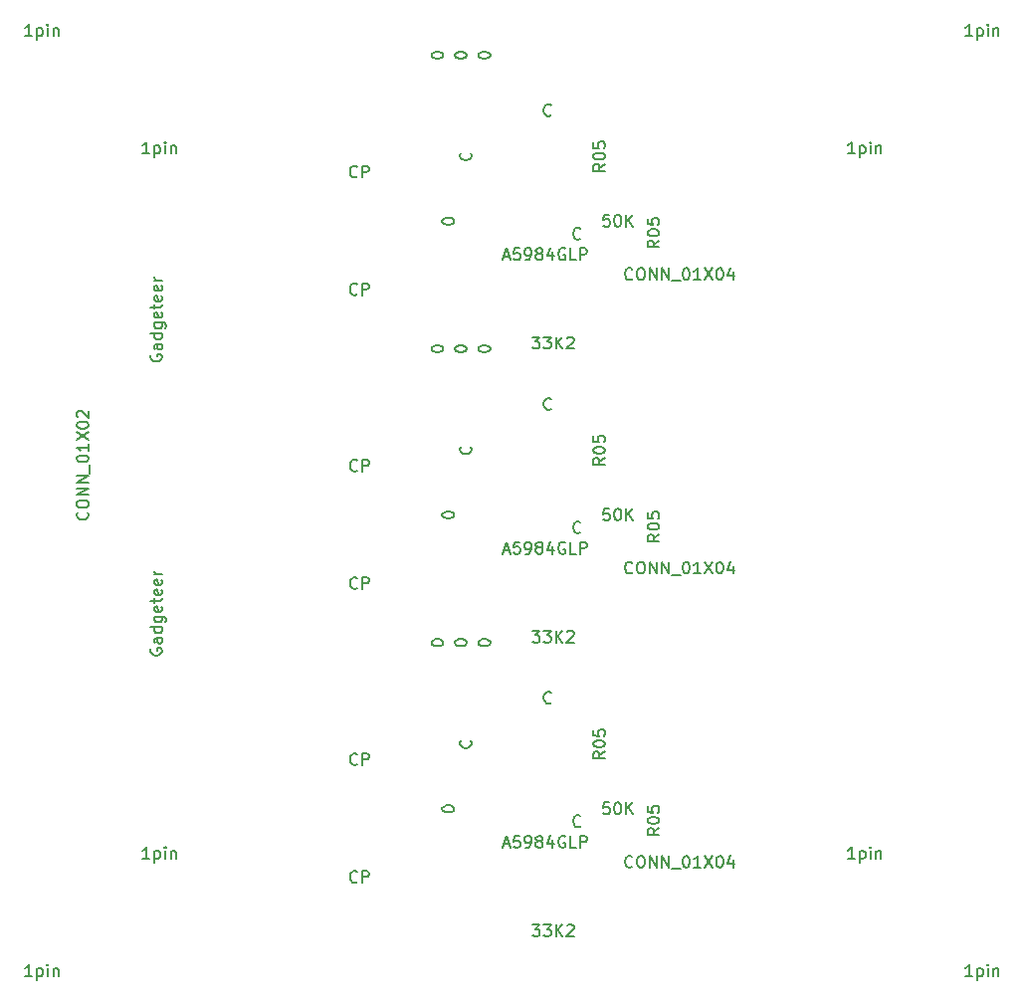
<source format=gbr>
G04 #@! TF.FileFunction,Other,Fab,Top*
%FSLAX46Y46*%
G04 Gerber Fmt 4.6, Leading zero omitted, Abs format (unit mm)*
G04 Created by KiCad (PCBNEW (2015-12-07 BZR 6352)-product) date Sun 16 Jul 2017 10:51:14 AM EDT*
%MOMM*%
G01*
G04 APERTURE LIST*
%ADD10C,0.100000*%
%ADD11C,0.150000*%
G04 APERTURE END LIST*
D10*
D11*
X112809524Y-101191143D02*
X112761905Y-101238762D01*
X112619048Y-101286381D01*
X112523810Y-101286381D01*
X112380952Y-101238762D01*
X112285714Y-101143524D01*
X112238095Y-101048286D01*
X112190476Y-100857810D01*
X112190476Y-100714952D01*
X112238095Y-100524476D01*
X112285714Y-100429238D01*
X112380952Y-100334000D01*
X112523810Y-100286381D01*
X112619048Y-100286381D01*
X112761905Y-100334000D01*
X112809524Y-100381619D01*
X113238095Y-101286381D02*
X113238095Y-100286381D01*
X113619048Y-100286381D01*
X113714286Y-100334000D01*
X113761905Y-100381619D01*
X113809524Y-100476857D01*
X113809524Y-100619714D01*
X113761905Y-100714952D01*
X113714286Y-100762571D01*
X113619048Y-100810190D01*
X113238095Y-100810190D01*
X112809524Y-76191143D02*
X112761905Y-76238762D01*
X112619048Y-76286381D01*
X112523810Y-76286381D01*
X112380952Y-76238762D01*
X112285714Y-76143524D01*
X112238095Y-76048286D01*
X112190476Y-75857810D01*
X112190476Y-75714952D01*
X112238095Y-75524476D01*
X112285714Y-75429238D01*
X112380952Y-75334000D01*
X112523810Y-75286381D01*
X112619048Y-75286381D01*
X112761905Y-75334000D01*
X112809524Y-75381619D01*
X113238095Y-76286381D02*
X113238095Y-75286381D01*
X113619048Y-75286381D01*
X113714286Y-75334000D01*
X113761905Y-75381619D01*
X113809524Y-75476857D01*
X113809524Y-75619714D01*
X113761905Y-75714952D01*
X113714286Y-75762571D01*
X113619048Y-75810190D01*
X113238095Y-75810190D01*
X121126289Y-90910303D02*
X121126289Y-90815064D01*
X121173908Y-90719826D01*
X121221527Y-90672207D01*
X121316765Y-90624588D01*
X121507241Y-90576969D01*
X121745337Y-90576969D01*
X121935813Y-90624588D01*
X122031051Y-90672207D01*
X122078670Y-90719826D01*
X122126289Y-90815064D01*
X122126289Y-90910303D01*
X122078670Y-91005541D01*
X122031051Y-91053160D01*
X121935813Y-91100779D01*
X121745337Y-91148398D01*
X121507241Y-91148398D01*
X121316765Y-91100779D01*
X121221527Y-91053160D01*
X121173908Y-91005541D01*
X121126289Y-90910303D01*
X119126289Y-90910303D02*
X119126289Y-90815064D01*
X119173908Y-90719826D01*
X119221527Y-90672207D01*
X119316765Y-90624588D01*
X119507241Y-90576969D01*
X119745337Y-90576969D01*
X119935813Y-90624588D01*
X120031051Y-90672207D01*
X120078670Y-90719826D01*
X120126289Y-90815064D01*
X120126289Y-90910303D01*
X120078670Y-91005541D01*
X120031051Y-91053160D01*
X119935813Y-91100779D01*
X119745337Y-91148398D01*
X119507241Y-91148398D01*
X119316765Y-91100779D01*
X119221527Y-91053160D01*
X119173908Y-91005541D01*
X119126289Y-90910303D01*
X122457143Y-99190476D02*
X122504762Y-99238095D01*
X122552381Y-99380952D01*
X122552381Y-99476190D01*
X122504762Y-99619048D01*
X122409524Y-99714286D01*
X122314286Y-99761905D01*
X122123810Y-99809524D01*
X121980952Y-99809524D01*
X121790476Y-99761905D01*
X121695238Y-99714286D01*
X121600000Y-99619048D01*
X121552381Y-99476190D01*
X121552381Y-99380952D01*
X121600000Y-99238095D01*
X121647619Y-99190476D01*
X123126289Y-90910303D02*
X123126289Y-90815064D01*
X123173908Y-90719826D01*
X123221527Y-90672207D01*
X123316765Y-90624588D01*
X123507241Y-90576969D01*
X123745337Y-90576969D01*
X123935813Y-90624588D01*
X124031051Y-90672207D01*
X124078670Y-90719826D01*
X124126289Y-90815064D01*
X124126289Y-90910303D01*
X124078670Y-91005541D01*
X124031051Y-91053160D01*
X123935813Y-91100779D01*
X123745337Y-91148398D01*
X123507241Y-91148398D01*
X123316765Y-91100779D01*
X123221527Y-91053160D01*
X123173908Y-91005541D01*
X123126289Y-90910303D01*
X129309524Y-95957143D02*
X129261905Y-96004762D01*
X129119048Y-96052381D01*
X129023810Y-96052381D01*
X128880952Y-96004762D01*
X128785714Y-95909524D01*
X128738095Y-95814286D01*
X128690476Y-95623810D01*
X128690476Y-95480952D01*
X128738095Y-95290476D01*
X128785714Y-95195238D01*
X128880952Y-95100000D01*
X129023810Y-95052381D01*
X129119048Y-95052381D01*
X129261905Y-95100000D01*
X129309524Y-95147619D01*
X112809524Y-111191143D02*
X112761905Y-111238762D01*
X112619048Y-111286381D01*
X112523810Y-111286381D01*
X112380952Y-111238762D01*
X112285714Y-111143524D01*
X112238095Y-111048286D01*
X112190476Y-110857810D01*
X112190476Y-110714952D01*
X112238095Y-110524476D01*
X112285714Y-110429238D01*
X112380952Y-110334000D01*
X112523810Y-110286381D01*
X112619048Y-110286381D01*
X112761905Y-110334000D01*
X112809524Y-110381619D01*
X113238095Y-111286381D02*
X113238095Y-110286381D01*
X113619048Y-110286381D01*
X113714286Y-110334000D01*
X113761905Y-110381619D01*
X113809524Y-110476857D01*
X113809524Y-110619714D01*
X113761905Y-110714952D01*
X113714286Y-110762571D01*
X113619048Y-110810190D01*
X113238095Y-110810190D01*
X134261905Y-104452381D02*
X133785714Y-104452381D01*
X133738095Y-104928571D01*
X133785714Y-104880952D01*
X133880952Y-104833333D01*
X134119048Y-104833333D01*
X134214286Y-104880952D01*
X134261905Y-104928571D01*
X134309524Y-105023810D01*
X134309524Y-105261905D01*
X134261905Y-105357143D01*
X134214286Y-105404762D01*
X134119048Y-105452381D01*
X133880952Y-105452381D01*
X133785714Y-105404762D01*
X133738095Y-105357143D01*
X134928571Y-104452381D02*
X135023810Y-104452381D01*
X135119048Y-104500000D01*
X135166667Y-104547619D01*
X135214286Y-104642857D01*
X135261905Y-104833333D01*
X135261905Y-105071429D01*
X135214286Y-105261905D01*
X135166667Y-105357143D01*
X135119048Y-105404762D01*
X135023810Y-105452381D01*
X134928571Y-105452381D01*
X134833333Y-105404762D01*
X134785714Y-105357143D01*
X134738095Y-105261905D01*
X134690476Y-105071429D01*
X134690476Y-104833333D01*
X134738095Y-104642857D01*
X134785714Y-104547619D01*
X134833333Y-104500000D01*
X134928571Y-104452381D01*
X135690476Y-105452381D02*
X135690476Y-104452381D01*
X136261905Y-105452381D02*
X135833333Y-104880952D01*
X136261905Y-104452381D02*
X135690476Y-105023810D01*
X127714286Y-114852381D02*
X128333334Y-114852381D01*
X128000000Y-115233333D01*
X128142858Y-115233333D01*
X128238096Y-115280952D01*
X128285715Y-115328571D01*
X128333334Y-115423810D01*
X128333334Y-115661905D01*
X128285715Y-115757143D01*
X128238096Y-115804762D01*
X128142858Y-115852381D01*
X127857143Y-115852381D01*
X127761905Y-115804762D01*
X127714286Y-115757143D01*
X128666667Y-114852381D02*
X129285715Y-114852381D01*
X128952381Y-115233333D01*
X129095239Y-115233333D01*
X129190477Y-115280952D01*
X129238096Y-115328571D01*
X129285715Y-115423810D01*
X129285715Y-115661905D01*
X129238096Y-115757143D01*
X129190477Y-115804762D01*
X129095239Y-115852381D01*
X128809524Y-115852381D01*
X128714286Y-115804762D01*
X128666667Y-115757143D01*
X129714286Y-115852381D02*
X129714286Y-114852381D01*
X130285715Y-115852381D02*
X129857143Y-115280952D01*
X130285715Y-114852381D02*
X129714286Y-115423810D01*
X130666667Y-114947619D02*
X130714286Y-114900000D01*
X130809524Y-114852381D01*
X131047620Y-114852381D01*
X131142858Y-114900000D01*
X131190477Y-114947619D01*
X131238096Y-115042857D01*
X131238096Y-115138095D01*
X131190477Y-115280952D01*
X130619048Y-115852381D01*
X131238096Y-115852381D01*
X120052381Y-105047619D02*
X120052381Y-104952380D01*
X120100000Y-104857142D01*
X120147619Y-104809523D01*
X120242857Y-104761904D01*
X120433333Y-104714285D01*
X120671429Y-104714285D01*
X120861905Y-104761904D01*
X120957143Y-104809523D01*
X121004762Y-104857142D01*
X121052381Y-104952380D01*
X121052381Y-105047619D01*
X121004762Y-105142857D01*
X120957143Y-105190476D01*
X120861905Y-105238095D01*
X120671429Y-105285714D01*
X120433333Y-105285714D01*
X120242857Y-105238095D01*
X120147619Y-105190476D01*
X120100000Y-105142857D01*
X120052381Y-105047619D01*
X131809524Y-106457143D02*
X131761905Y-106504762D01*
X131619048Y-106552381D01*
X131523810Y-106552381D01*
X131380952Y-106504762D01*
X131285714Y-106409524D01*
X131238095Y-106314286D01*
X131190476Y-106123810D01*
X131190476Y-105980952D01*
X131238095Y-105790476D01*
X131285714Y-105695238D01*
X131380952Y-105600000D01*
X131523810Y-105552381D01*
X131619048Y-105552381D01*
X131761905Y-105600000D01*
X131809524Y-105647619D01*
X133902381Y-100142857D02*
X133426190Y-100476191D01*
X133902381Y-100714286D02*
X132902381Y-100714286D01*
X132902381Y-100333333D01*
X132950000Y-100238095D01*
X132997619Y-100190476D01*
X133092857Y-100142857D01*
X133235714Y-100142857D01*
X133330952Y-100190476D01*
X133378571Y-100238095D01*
X133426190Y-100333333D01*
X133426190Y-100714286D01*
X132902381Y-99523810D02*
X132902381Y-99428571D01*
X132950000Y-99333333D01*
X132997619Y-99285714D01*
X133092857Y-99238095D01*
X133283333Y-99190476D01*
X133521429Y-99190476D01*
X133711905Y-99238095D01*
X133807143Y-99285714D01*
X133854762Y-99333333D01*
X133902381Y-99428571D01*
X133902381Y-99523810D01*
X133854762Y-99619048D01*
X133807143Y-99666667D01*
X133711905Y-99714286D01*
X133521429Y-99761905D01*
X133283333Y-99761905D01*
X133092857Y-99714286D01*
X132997619Y-99666667D01*
X132950000Y-99619048D01*
X132902381Y-99523810D01*
X132902381Y-98285714D02*
X132902381Y-98761905D01*
X133378571Y-98809524D01*
X133330952Y-98761905D01*
X133283333Y-98666667D01*
X133283333Y-98428571D01*
X133330952Y-98333333D01*
X133378571Y-98285714D01*
X133473810Y-98238095D01*
X133711905Y-98238095D01*
X133807143Y-98285714D01*
X133854762Y-98333333D01*
X133902381Y-98428571D01*
X133902381Y-98666667D01*
X133854762Y-98761905D01*
X133807143Y-98809524D01*
X138502381Y-106642857D02*
X138026190Y-106976191D01*
X138502381Y-107214286D02*
X137502381Y-107214286D01*
X137502381Y-106833333D01*
X137550000Y-106738095D01*
X137597619Y-106690476D01*
X137692857Y-106642857D01*
X137835714Y-106642857D01*
X137930952Y-106690476D01*
X137978571Y-106738095D01*
X138026190Y-106833333D01*
X138026190Y-107214286D01*
X137502381Y-106023810D02*
X137502381Y-105928571D01*
X137550000Y-105833333D01*
X137597619Y-105785714D01*
X137692857Y-105738095D01*
X137883333Y-105690476D01*
X138121429Y-105690476D01*
X138311905Y-105738095D01*
X138407143Y-105785714D01*
X138454762Y-105833333D01*
X138502381Y-105928571D01*
X138502381Y-106023810D01*
X138454762Y-106119048D01*
X138407143Y-106166667D01*
X138311905Y-106214286D01*
X138121429Y-106261905D01*
X137883333Y-106261905D01*
X137692857Y-106214286D01*
X137597619Y-106166667D01*
X137550000Y-106119048D01*
X137502381Y-106023810D01*
X137502381Y-104785714D02*
X137502381Y-105261905D01*
X137978571Y-105309524D01*
X137930952Y-105261905D01*
X137883333Y-105166667D01*
X137883333Y-104928571D01*
X137930952Y-104833333D01*
X137978571Y-104785714D01*
X138073810Y-104738095D01*
X138311905Y-104738095D01*
X138407143Y-104785714D01*
X138454762Y-104833333D01*
X138502381Y-104928571D01*
X138502381Y-105166667D01*
X138454762Y-105261905D01*
X138407143Y-105309524D01*
X125252381Y-108016667D02*
X125728572Y-108016667D01*
X125157143Y-108302381D02*
X125490476Y-107302381D01*
X125823810Y-108302381D01*
X126633334Y-107302381D02*
X126157143Y-107302381D01*
X126109524Y-107778571D01*
X126157143Y-107730952D01*
X126252381Y-107683333D01*
X126490477Y-107683333D01*
X126585715Y-107730952D01*
X126633334Y-107778571D01*
X126680953Y-107873810D01*
X126680953Y-108111905D01*
X126633334Y-108207143D01*
X126585715Y-108254762D01*
X126490477Y-108302381D01*
X126252381Y-108302381D01*
X126157143Y-108254762D01*
X126109524Y-108207143D01*
X127157143Y-108302381D02*
X127347619Y-108302381D01*
X127442858Y-108254762D01*
X127490477Y-108207143D01*
X127585715Y-108064286D01*
X127633334Y-107873810D01*
X127633334Y-107492857D01*
X127585715Y-107397619D01*
X127538096Y-107350000D01*
X127442858Y-107302381D01*
X127252381Y-107302381D01*
X127157143Y-107350000D01*
X127109524Y-107397619D01*
X127061905Y-107492857D01*
X127061905Y-107730952D01*
X127109524Y-107826190D01*
X127157143Y-107873810D01*
X127252381Y-107921429D01*
X127442858Y-107921429D01*
X127538096Y-107873810D01*
X127585715Y-107826190D01*
X127633334Y-107730952D01*
X128204762Y-107730952D02*
X128109524Y-107683333D01*
X128061905Y-107635714D01*
X128014286Y-107540476D01*
X128014286Y-107492857D01*
X128061905Y-107397619D01*
X128109524Y-107350000D01*
X128204762Y-107302381D01*
X128395239Y-107302381D01*
X128490477Y-107350000D01*
X128538096Y-107397619D01*
X128585715Y-107492857D01*
X128585715Y-107540476D01*
X128538096Y-107635714D01*
X128490477Y-107683333D01*
X128395239Y-107730952D01*
X128204762Y-107730952D01*
X128109524Y-107778571D01*
X128061905Y-107826190D01*
X128014286Y-107921429D01*
X128014286Y-108111905D01*
X128061905Y-108207143D01*
X128109524Y-108254762D01*
X128204762Y-108302381D01*
X128395239Y-108302381D01*
X128490477Y-108254762D01*
X128538096Y-108207143D01*
X128585715Y-108111905D01*
X128585715Y-107921429D01*
X128538096Y-107826190D01*
X128490477Y-107778571D01*
X128395239Y-107730952D01*
X129442858Y-107635714D02*
X129442858Y-108302381D01*
X129204762Y-107254762D02*
X128966667Y-107969048D01*
X129585715Y-107969048D01*
X130490477Y-107350000D02*
X130395239Y-107302381D01*
X130252382Y-107302381D01*
X130109524Y-107350000D01*
X130014286Y-107445238D01*
X129966667Y-107540476D01*
X129919048Y-107730952D01*
X129919048Y-107873810D01*
X129966667Y-108064286D01*
X130014286Y-108159524D01*
X130109524Y-108254762D01*
X130252382Y-108302381D01*
X130347620Y-108302381D01*
X130490477Y-108254762D01*
X130538096Y-108207143D01*
X130538096Y-107873810D01*
X130347620Y-107873810D01*
X131442858Y-108302381D02*
X130966667Y-108302381D01*
X130966667Y-107302381D01*
X131776191Y-108302381D02*
X131776191Y-107302381D01*
X132157144Y-107302381D01*
X132252382Y-107350000D01*
X132300001Y-107397619D01*
X132347620Y-107492857D01*
X132347620Y-107635714D01*
X132300001Y-107730952D01*
X132252382Y-107778571D01*
X132157144Y-107826190D01*
X131776191Y-107826190D01*
X136226191Y-109892143D02*
X136178572Y-109939762D01*
X136035715Y-109987381D01*
X135940477Y-109987381D01*
X135797619Y-109939762D01*
X135702381Y-109844524D01*
X135654762Y-109749286D01*
X135607143Y-109558810D01*
X135607143Y-109415952D01*
X135654762Y-109225476D01*
X135702381Y-109130238D01*
X135797619Y-109035000D01*
X135940477Y-108987381D01*
X136035715Y-108987381D01*
X136178572Y-109035000D01*
X136226191Y-109082619D01*
X136845238Y-108987381D02*
X137035715Y-108987381D01*
X137130953Y-109035000D01*
X137226191Y-109130238D01*
X137273810Y-109320714D01*
X137273810Y-109654048D01*
X137226191Y-109844524D01*
X137130953Y-109939762D01*
X137035715Y-109987381D01*
X136845238Y-109987381D01*
X136750000Y-109939762D01*
X136654762Y-109844524D01*
X136607143Y-109654048D01*
X136607143Y-109320714D01*
X136654762Y-109130238D01*
X136750000Y-109035000D01*
X136845238Y-108987381D01*
X137702381Y-109987381D02*
X137702381Y-108987381D01*
X138273810Y-109987381D01*
X138273810Y-108987381D01*
X138750000Y-109987381D02*
X138750000Y-108987381D01*
X139321429Y-109987381D01*
X139321429Y-108987381D01*
X139559524Y-110082619D02*
X140321429Y-110082619D01*
X140750000Y-108987381D02*
X140845239Y-108987381D01*
X140940477Y-109035000D01*
X140988096Y-109082619D01*
X141035715Y-109177857D01*
X141083334Y-109368333D01*
X141083334Y-109606429D01*
X141035715Y-109796905D01*
X140988096Y-109892143D01*
X140940477Y-109939762D01*
X140845239Y-109987381D01*
X140750000Y-109987381D01*
X140654762Y-109939762D01*
X140607143Y-109892143D01*
X140559524Y-109796905D01*
X140511905Y-109606429D01*
X140511905Y-109368333D01*
X140559524Y-109177857D01*
X140607143Y-109082619D01*
X140654762Y-109035000D01*
X140750000Y-108987381D01*
X142035715Y-109987381D02*
X141464286Y-109987381D01*
X141750000Y-109987381D02*
X141750000Y-108987381D01*
X141654762Y-109130238D01*
X141559524Y-109225476D01*
X141464286Y-109273095D01*
X142369048Y-108987381D02*
X143035715Y-109987381D01*
X143035715Y-108987381D02*
X142369048Y-109987381D01*
X143607143Y-108987381D02*
X143702382Y-108987381D01*
X143797620Y-109035000D01*
X143845239Y-109082619D01*
X143892858Y-109177857D01*
X143940477Y-109368333D01*
X143940477Y-109606429D01*
X143892858Y-109796905D01*
X143845239Y-109892143D01*
X143797620Y-109939762D01*
X143702382Y-109987381D01*
X143607143Y-109987381D01*
X143511905Y-109939762D01*
X143464286Y-109892143D01*
X143416667Y-109796905D01*
X143369048Y-109606429D01*
X143369048Y-109368333D01*
X143416667Y-109177857D01*
X143464286Y-109082619D01*
X143511905Y-109035000D01*
X143607143Y-108987381D01*
X144797620Y-109320714D02*
X144797620Y-109987381D01*
X144559524Y-108939762D02*
X144321429Y-109654048D01*
X144940477Y-109654048D01*
X121126289Y-65910303D02*
X121126289Y-65815064D01*
X121173908Y-65719826D01*
X121221527Y-65672207D01*
X121316765Y-65624588D01*
X121507241Y-65576969D01*
X121745337Y-65576969D01*
X121935813Y-65624588D01*
X122031051Y-65672207D01*
X122078670Y-65719826D01*
X122126289Y-65815064D01*
X122126289Y-65910303D01*
X122078670Y-66005541D01*
X122031051Y-66053160D01*
X121935813Y-66100779D01*
X121745337Y-66148398D01*
X121507241Y-66148398D01*
X121316765Y-66100779D01*
X121221527Y-66053160D01*
X121173908Y-66005541D01*
X121126289Y-65910303D01*
X119126289Y-65910303D02*
X119126289Y-65815064D01*
X119173908Y-65719826D01*
X119221527Y-65672207D01*
X119316765Y-65624588D01*
X119507241Y-65576969D01*
X119745337Y-65576969D01*
X119935813Y-65624588D01*
X120031051Y-65672207D01*
X120078670Y-65719826D01*
X120126289Y-65815064D01*
X120126289Y-65910303D01*
X120078670Y-66005541D01*
X120031051Y-66053160D01*
X119935813Y-66100779D01*
X119745337Y-66148398D01*
X119507241Y-66148398D01*
X119316765Y-66100779D01*
X119221527Y-66053160D01*
X119173908Y-66005541D01*
X119126289Y-65910303D01*
X122457143Y-74190476D02*
X122504762Y-74238095D01*
X122552381Y-74380952D01*
X122552381Y-74476190D01*
X122504762Y-74619048D01*
X122409524Y-74714286D01*
X122314286Y-74761905D01*
X122123810Y-74809524D01*
X121980952Y-74809524D01*
X121790476Y-74761905D01*
X121695238Y-74714286D01*
X121600000Y-74619048D01*
X121552381Y-74476190D01*
X121552381Y-74380952D01*
X121600000Y-74238095D01*
X121647619Y-74190476D01*
X123126289Y-65910303D02*
X123126289Y-65815064D01*
X123173908Y-65719826D01*
X123221527Y-65672207D01*
X123316765Y-65624588D01*
X123507241Y-65576969D01*
X123745337Y-65576969D01*
X123935813Y-65624588D01*
X124031051Y-65672207D01*
X124078670Y-65719826D01*
X124126289Y-65815064D01*
X124126289Y-65910303D01*
X124078670Y-66005541D01*
X124031051Y-66053160D01*
X123935813Y-66100779D01*
X123745337Y-66148398D01*
X123507241Y-66148398D01*
X123316765Y-66100779D01*
X123221527Y-66053160D01*
X123173908Y-66005541D01*
X123126289Y-65910303D01*
X129309524Y-70957143D02*
X129261905Y-71004762D01*
X129119048Y-71052381D01*
X129023810Y-71052381D01*
X128880952Y-71004762D01*
X128785714Y-70909524D01*
X128738095Y-70814286D01*
X128690476Y-70623810D01*
X128690476Y-70480952D01*
X128738095Y-70290476D01*
X128785714Y-70195238D01*
X128880952Y-70100000D01*
X129023810Y-70052381D01*
X129119048Y-70052381D01*
X129261905Y-70100000D01*
X129309524Y-70147619D01*
X112809524Y-86191143D02*
X112761905Y-86238762D01*
X112619048Y-86286381D01*
X112523810Y-86286381D01*
X112380952Y-86238762D01*
X112285714Y-86143524D01*
X112238095Y-86048286D01*
X112190476Y-85857810D01*
X112190476Y-85714952D01*
X112238095Y-85524476D01*
X112285714Y-85429238D01*
X112380952Y-85334000D01*
X112523810Y-85286381D01*
X112619048Y-85286381D01*
X112761905Y-85334000D01*
X112809524Y-85381619D01*
X113238095Y-86286381D02*
X113238095Y-85286381D01*
X113619048Y-85286381D01*
X113714286Y-85334000D01*
X113761905Y-85381619D01*
X113809524Y-85476857D01*
X113809524Y-85619714D01*
X113761905Y-85714952D01*
X113714286Y-85762571D01*
X113619048Y-85810190D01*
X113238095Y-85810190D01*
X134261905Y-79452381D02*
X133785714Y-79452381D01*
X133738095Y-79928571D01*
X133785714Y-79880952D01*
X133880952Y-79833333D01*
X134119048Y-79833333D01*
X134214286Y-79880952D01*
X134261905Y-79928571D01*
X134309524Y-80023810D01*
X134309524Y-80261905D01*
X134261905Y-80357143D01*
X134214286Y-80404762D01*
X134119048Y-80452381D01*
X133880952Y-80452381D01*
X133785714Y-80404762D01*
X133738095Y-80357143D01*
X134928571Y-79452381D02*
X135023810Y-79452381D01*
X135119048Y-79500000D01*
X135166667Y-79547619D01*
X135214286Y-79642857D01*
X135261905Y-79833333D01*
X135261905Y-80071429D01*
X135214286Y-80261905D01*
X135166667Y-80357143D01*
X135119048Y-80404762D01*
X135023810Y-80452381D01*
X134928571Y-80452381D01*
X134833333Y-80404762D01*
X134785714Y-80357143D01*
X134738095Y-80261905D01*
X134690476Y-80071429D01*
X134690476Y-79833333D01*
X134738095Y-79642857D01*
X134785714Y-79547619D01*
X134833333Y-79500000D01*
X134928571Y-79452381D01*
X135690476Y-80452381D02*
X135690476Y-79452381D01*
X136261905Y-80452381D02*
X135833333Y-79880952D01*
X136261905Y-79452381D02*
X135690476Y-80023810D01*
X127714286Y-89852381D02*
X128333334Y-89852381D01*
X128000000Y-90233333D01*
X128142858Y-90233333D01*
X128238096Y-90280952D01*
X128285715Y-90328571D01*
X128333334Y-90423810D01*
X128333334Y-90661905D01*
X128285715Y-90757143D01*
X128238096Y-90804762D01*
X128142858Y-90852381D01*
X127857143Y-90852381D01*
X127761905Y-90804762D01*
X127714286Y-90757143D01*
X128666667Y-89852381D02*
X129285715Y-89852381D01*
X128952381Y-90233333D01*
X129095239Y-90233333D01*
X129190477Y-90280952D01*
X129238096Y-90328571D01*
X129285715Y-90423810D01*
X129285715Y-90661905D01*
X129238096Y-90757143D01*
X129190477Y-90804762D01*
X129095239Y-90852381D01*
X128809524Y-90852381D01*
X128714286Y-90804762D01*
X128666667Y-90757143D01*
X129714286Y-90852381D02*
X129714286Y-89852381D01*
X130285715Y-90852381D02*
X129857143Y-90280952D01*
X130285715Y-89852381D02*
X129714286Y-90423810D01*
X130666667Y-89947619D02*
X130714286Y-89900000D01*
X130809524Y-89852381D01*
X131047620Y-89852381D01*
X131142858Y-89900000D01*
X131190477Y-89947619D01*
X131238096Y-90042857D01*
X131238096Y-90138095D01*
X131190477Y-90280952D01*
X130619048Y-90852381D01*
X131238096Y-90852381D01*
X120052381Y-80047619D02*
X120052381Y-79952380D01*
X120100000Y-79857142D01*
X120147619Y-79809523D01*
X120242857Y-79761904D01*
X120433333Y-79714285D01*
X120671429Y-79714285D01*
X120861905Y-79761904D01*
X120957143Y-79809523D01*
X121004762Y-79857142D01*
X121052381Y-79952380D01*
X121052381Y-80047619D01*
X121004762Y-80142857D01*
X120957143Y-80190476D01*
X120861905Y-80238095D01*
X120671429Y-80285714D01*
X120433333Y-80285714D01*
X120242857Y-80238095D01*
X120147619Y-80190476D01*
X120100000Y-80142857D01*
X120052381Y-80047619D01*
X131809524Y-81457143D02*
X131761905Y-81504762D01*
X131619048Y-81552381D01*
X131523810Y-81552381D01*
X131380952Y-81504762D01*
X131285714Y-81409524D01*
X131238095Y-81314286D01*
X131190476Y-81123810D01*
X131190476Y-80980952D01*
X131238095Y-80790476D01*
X131285714Y-80695238D01*
X131380952Y-80600000D01*
X131523810Y-80552381D01*
X131619048Y-80552381D01*
X131761905Y-80600000D01*
X131809524Y-80647619D01*
X133902381Y-75142857D02*
X133426190Y-75476191D01*
X133902381Y-75714286D02*
X132902381Y-75714286D01*
X132902381Y-75333333D01*
X132950000Y-75238095D01*
X132997619Y-75190476D01*
X133092857Y-75142857D01*
X133235714Y-75142857D01*
X133330952Y-75190476D01*
X133378571Y-75238095D01*
X133426190Y-75333333D01*
X133426190Y-75714286D01*
X132902381Y-74523810D02*
X132902381Y-74428571D01*
X132950000Y-74333333D01*
X132997619Y-74285714D01*
X133092857Y-74238095D01*
X133283333Y-74190476D01*
X133521429Y-74190476D01*
X133711905Y-74238095D01*
X133807143Y-74285714D01*
X133854762Y-74333333D01*
X133902381Y-74428571D01*
X133902381Y-74523810D01*
X133854762Y-74619048D01*
X133807143Y-74666667D01*
X133711905Y-74714286D01*
X133521429Y-74761905D01*
X133283333Y-74761905D01*
X133092857Y-74714286D01*
X132997619Y-74666667D01*
X132950000Y-74619048D01*
X132902381Y-74523810D01*
X132902381Y-73285714D02*
X132902381Y-73761905D01*
X133378571Y-73809524D01*
X133330952Y-73761905D01*
X133283333Y-73666667D01*
X133283333Y-73428571D01*
X133330952Y-73333333D01*
X133378571Y-73285714D01*
X133473810Y-73238095D01*
X133711905Y-73238095D01*
X133807143Y-73285714D01*
X133854762Y-73333333D01*
X133902381Y-73428571D01*
X133902381Y-73666667D01*
X133854762Y-73761905D01*
X133807143Y-73809524D01*
X138502381Y-81642857D02*
X138026190Y-81976191D01*
X138502381Y-82214286D02*
X137502381Y-82214286D01*
X137502381Y-81833333D01*
X137550000Y-81738095D01*
X137597619Y-81690476D01*
X137692857Y-81642857D01*
X137835714Y-81642857D01*
X137930952Y-81690476D01*
X137978571Y-81738095D01*
X138026190Y-81833333D01*
X138026190Y-82214286D01*
X137502381Y-81023810D02*
X137502381Y-80928571D01*
X137550000Y-80833333D01*
X137597619Y-80785714D01*
X137692857Y-80738095D01*
X137883333Y-80690476D01*
X138121429Y-80690476D01*
X138311905Y-80738095D01*
X138407143Y-80785714D01*
X138454762Y-80833333D01*
X138502381Y-80928571D01*
X138502381Y-81023810D01*
X138454762Y-81119048D01*
X138407143Y-81166667D01*
X138311905Y-81214286D01*
X138121429Y-81261905D01*
X137883333Y-81261905D01*
X137692857Y-81214286D01*
X137597619Y-81166667D01*
X137550000Y-81119048D01*
X137502381Y-81023810D01*
X137502381Y-79785714D02*
X137502381Y-80261905D01*
X137978571Y-80309524D01*
X137930952Y-80261905D01*
X137883333Y-80166667D01*
X137883333Y-79928571D01*
X137930952Y-79833333D01*
X137978571Y-79785714D01*
X138073810Y-79738095D01*
X138311905Y-79738095D01*
X138407143Y-79785714D01*
X138454762Y-79833333D01*
X138502381Y-79928571D01*
X138502381Y-80166667D01*
X138454762Y-80261905D01*
X138407143Y-80309524D01*
X125252381Y-83016667D02*
X125728572Y-83016667D01*
X125157143Y-83302381D02*
X125490476Y-82302381D01*
X125823810Y-83302381D01*
X126633334Y-82302381D02*
X126157143Y-82302381D01*
X126109524Y-82778571D01*
X126157143Y-82730952D01*
X126252381Y-82683333D01*
X126490477Y-82683333D01*
X126585715Y-82730952D01*
X126633334Y-82778571D01*
X126680953Y-82873810D01*
X126680953Y-83111905D01*
X126633334Y-83207143D01*
X126585715Y-83254762D01*
X126490477Y-83302381D01*
X126252381Y-83302381D01*
X126157143Y-83254762D01*
X126109524Y-83207143D01*
X127157143Y-83302381D02*
X127347619Y-83302381D01*
X127442858Y-83254762D01*
X127490477Y-83207143D01*
X127585715Y-83064286D01*
X127633334Y-82873810D01*
X127633334Y-82492857D01*
X127585715Y-82397619D01*
X127538096Y-82350000D01*
X127442858Y-82302381D01*
X127252381Y-82302381D01*
X127157143Y-82350000D01*
X127109524Y-82397619D01*
X127061905Y-82492857D01*
X127061905Y-82730952D01*
X127109524Y-82826190D01*
X127157143Y-82873810D01*
X127252381Y-82921429D01*
X127442858Y-82921429D01*
X127538096Y-82873810D01*
X127585715Y-82826190D01*
X127633334Y-82730952D01*
X128204762Y-82730952D02*
X128109524Y-82683333D01*
X128061905Y-82635714D01*
X128014286Y-82540476D01*
X128014286Y-82492857D01*
X128061905Y-82397619D01*
X128109524Y-82350000D01*
X128204762Y-82302381D01*
X128395239Y-82302381D01*
X128490477Y-82350000D01*
X128538096Y-82397619D01*
X128585715Y-82492857D01*
X128585715Y-82540476D01*
X128538096Y-82635714D01*
X128490477Y-82683333D01*
X128395239Y-82730952D01*
X128204762Y-82730952D01*
X128109524Y-82778571D01*
X128061905Y-82826190D01*
X128014286Y-82921429D01*
X128014286Y-83111905D01*
X128061905Y-83207143D01*
X128109524Y-83254762D01*
X128204762Y-83302381D01*
X128395239Y-83302381D01*
X128490477Y-83254762D01*
X128538096Y-83207143D01*
X128585715Y-83111905D01*
X128585715Y-82921429D01*
X128538096Y-82826190D01*
X128490477Y-82778571D01*
X128395239Y-82730952D01*
X129442858Y-82635714D02*
X129442858Y-83302381D01*
X129204762Y-82254762D02*
X128966667Y-82969048D01*
X129585715Y-82969048D01*
X130490477Y-82350000D02*
X130395239Y-82302381D01*
X130252382Y-82302381D01*
X130109524Y-82350000D01*
X130014286Y-82445238D01*
X129966667Y-82540476D01*
X129919048Y-82730952D01*
X129919048Y-82873810D01*
X129966667Y-83064286D01*
X130014286Y-83159524D01*
X130109524Y-83254762D01*
X130252382Y-83302381D01*
X130347620Y-83302381D01*
X130490477Y-83254762D01*
X130538096Y-83207143D01*
X130538096Y-82873810D01*
X130347620Y-82873810D01*
X131442858Y-83302381D02*
X130966667Y-83302381D01*
X130966667Y-82302381D01*
X131776191Y-83302381D02*
X131776191Y-82302381D01*
X132157144Y-82302381D01*
X132252382Y-82350000D01*
X132300001Y-82397619D01*
X132347620Y-82492857D01*
X132347620Y-82635714D01*
X132300001Y-82730952D01*
X132252382Y-82778571D01*
X132157144Y-82826190D01*
X131776191Y-82826190D01*
X136226191Y-84892143D02*
X136178572Y-84939762D01*
X136035715Y-84987381D01*
X135940477Y-84987381D01*
X135797619Y-84939762D01*
X135702381Y-84844524D01*
X135654762Y-84749286D01*
X135607143Y-84558810D01*
X135607143Y-84415952D01*
X135654762Y-84225476D01*
X135702381Y-84130238D01*
X135797619Y-84035000D01*
X135940477Y-83987381D01*
X136035715Y-83987381D01*
X136178572Y-84035000D01*
X136226191Y-84082619D01*
X136845238Y-83987381D02*
X137035715Y-83987381D01*
X137130953Y-84035000D01*
X137226191Y-84130238D01*
X137273810Y-84320714D01*
X137273810Y-84654048D01*
X137226191Y-84844524D01*
X137130953Y-84939762D01*
X137035715Y-84987381D01*
X136845238Y-84987381D01*
X136750000Y-84939762D01*
X136654762Y-84844524D01*
X136607143Y-84654048D01*
X136607143Y-84320714D01*
X136654762Y-84130238D01*
X136750000Y-84035000D01*
X136845238Y-83987381D01*
X137702381Y-84987381D02*
X137702381Y-83987381D01*
X138273810Y-84987381D01*
X138273810Y-83987381D01*
X138750000Y-84987381D02*
X138750000Y-83987381D01*
X139321429Y-84987381D01*
X139321429Y-83987381D01*
X139559524Y-85082619D02*
X140321429Y-85082619D01*
X140750000Y-83987381D02*
X140845239Y-83987381D01*
X140940477Y-84035000D01*
X140988096Y-84082619D01*
X141035715Y-84177857D01*
X141083334Y-84368333D01*
X141083334Y-84606429D01*
X141035715Y-84796905D01*
X140988096Y-84892143D01*
X140940477Y-84939762D01*
X140845239Y-84987381D01*
X140750000Y-84987381D01*
X140654762Y-84939762D01*
X140607143Y-84892143D01*
X140559524Y-84796905D01*
X140511905Y-84606429D01*
X140511905Y-84368333D01*
X140559524Y-84177857D01*
X140607143Y-84082619D01*
X140654762Y-84035000D01*
X140750000Y-83987381D01*
X142035715Y-84987381D02*
X141464286Y-84987381D01*
X141750000Y-84987381D02*
X141750000Y-83987381D01*
X141654762Y-84130238D01*
X141559524Y-84225476D01*
X141464286Y-84273095D01*
X142369048Y-83987381D02*
X143035715Y-84987381D01*
X143035715Y-83987381D02*
X142369048Y-84987381D01*
X143607143Y-83987381D02*
X143702382Y-83987381D01*
X143797620Y-84035000D01*
X143845239Y-84082619D01*
X143892858Y-84177857D01*
X143940477Y-84368333D01*
X143940477Y-84606429D01*
X143892858Y-84796905D01*
X143845239Y-84892143D01*
X143797620Y-84939762D01*
X143702382Y-84987381D01*
X143607143Y-84987381D01*
X143511905Y-84939762D01*
X143464286Y-84892143D01*
X143416667Y-84796905D01*
X143369048Y-84606429D01*
X143369048Y-84368333D01*
X143416667Y-84177857D01*
X143464286Y-84082619D01*
X143511905Y-84035000D01*
X143607143Y-83987381D01*
X144797620Y-84320714D02*
X144797620Y-84987381D01*
X144559524Y-83939762D02*
X144321429Y-84654048D01*
X144940477Y-84654048D01*
X125252381Y-58016667D02*
X125728572Y-58016667D01*
X125157143Y-58302381D02*
X125490476Y-57302381D01*
X125823810Y-58302381D01*
X126633334Y-57302381D02*
X126157143Y-57302381D01*
X126109524Y-57778571D01*
X126157143Y-57730952D01*
X126252381Y-57683333D01*
X126490477Y-57683333D01*
X126585715Y-57730952D01*
X126633334Y-57778571D01*
X126680953Y-57873810D01*
X126680953Y-58111905D01*
X126633334Y-58207143D01*
X126585715Y-58254762D01*
X126490477Y-58302381D01*
X126252381Y-58302381D01*
X126157143Y-58254762D01*
X126109524Y-58207143D01*
X127157143Y-58302381D02*
X127347619Y-58302381D01*
X127442858Y-58254762D01*
X127490477Y-58207143D01*
X127585715Y-58064286D01*
X127633334Y-57873810D01*
X127633334Y-57492857D01*
X127585715Y-57397619D01*
X127538096Y-57350000D01*
X127442858Y-57302381D01*
X127252381Y-57302381D01*
X127157143Y-57350000D01*
X127109524Y-57397619D01*
X127061905Y-57492857D01*
X127061905Y-57730952D01*
X127109524Y-57826190D01*
X127157143Y-57873810D01*
X127252381Y-57921429D01*
X127442858Y-57921429D01*
X127538096Y-57873810D01*
X127585715Y-57826190D01*
X127633334Y-57730952D01*
X128204762Y-57730952D02*
X128109524Y-57683333D01*
X128061905Y-57635714D01*
X128014286Y-57540476D01*
X128014286Y-57492857D01*
X128061905Y-57397619D01*
X128109524Y-57350000D01*
X128204762Y-57302381D01*
X128395239Y-57302381D01*
X128490477Y-57350000D01*
X128538096Y-57397619D01*
X128585715Y-57492857D01*
X128585715Y-57540476D01*
X128538096Y-57635714D01*
X128490477Y-57683333D01*
X128395239Y-57730952D01*
X128204762Y-57730952D01*
X128109524Y-57778571D01*
X128061905Y-57826190D01*
X128014286Y-57921429D01*
X128014286Y-58111905D01*
X128061905Y-58207143D01*
X128109524Y-58254762D01*
X128204762Y-58302381D01*
X128395239Y-58302381D01*
X128490477Y-58254762D01*
X128538096Y-58207143D01*
X128585715Y-58111905D01*
X128585715Y-57921429D01*
X128538096Y-57826190D01*
X128490477Y-57778571D01*
X128395239Y-57730952D01*
X129442858Y-57635714D02*
X129442858Y-58302381D01*
X129204762Y-57254762D02*
X128966667Y-57969048D01*
X129585715Y-57969048D01*
X130490477Y-57350000D02*
X130395239Y-57302381D01*
X130252382Y-57302381D01*
X130109524Y-57350000D01*
X130014286Y-57445238D01*
X129966667Y-57540476D01*
X129919048Y-57730952D01*
X129919048Y-57873810D01*
X129966667Y-58064286D01*
X130014286Y-58159524D01*
X130109524Y-58254762D01*
X130252382Y-58302381D01*
X130347620Y-58302381D01*
X130490477Y-58254762D01*
X130538096Y-58207143D01*
X130538096Y-57873810D01*
X130347620Y-57873810D01*
X131442858Y-58302381D02*
X130966667Y-58302381D01*
X130966667Y-57302381D01*
X131776191Y-58302381D02*
X131776191Y-57302381D01*
X132157144Y-57302381D01*
X132252382Y-57350000D01*
X132300001Y-57397619D01*
X132347620Y-57492857D01*
X132347620Y-57635714D01*
X132300001Y-57730952D01*
X132252382Y-57778571D01*
X132157144Y-57826190D01*
X131776191Y-57826190D01*
X122457143Y-49190476D02*
X122504762Y-49238095D01*
X122552381Y-49380952D01*
X122552381Y-49476190D01*
X122504762Y-49619048D01*
X122409524Y-49714286D01*
X122314286Y-49761905D01*
X122123810Y-49809524D01*
X121980952Y-49809524D01*
X121790476Y-49761905D01*
X121695238Y-49714286D01*
X121600000Y-49619048D01*
X121552381Y-49476190D01*
X121552381Y-49380952D01*
X121600000Y-49238095D01*
X121647619Y-49190476D01*
X131809524Y-56457143D02*
X131761905Y-56504762D01*
X131619048Y-56552381D01*
X131523810Y-56552381D01*
X131380952Y-56504762D01*
X131285714Y-56409524D01*
X131238095Y-56314286D01*
X131190476Y-56123810D01*
X131190476Y-55980952D01*
X131238095Y-55790476D01*
X131285714Y-55695238D01*
X131380952Y-55600000D01*
X131523810Y-55552381D01*
X131619048Y-55552381D01*
X131761905Y-55600000D01*
X131809524Y-55647619D01*
X129309524Y-45957143D02*
X129261905Y-46004762D01*
X129119048Y-46052381D01*
X129023810Y-46052381D01*
X128880952Y-46004762D01*
X128785714Y-45909524D01*
X128738095Y-45814286D01*
X128690476Y-45623810D01*
X128690476Y-45480952D01*
X128738095Y-45290476D01*
X128785714Y-45195238D01*
X128880952Y-45100000D01*
X129023810Y-45052381D01*
X129119048Y-45052381D01*
X129261905Y-45100000D01*
X129309524Y-45147619D01*
X120052381Y-55047619D02*
X120052381Y-54952380D01*
X120100000Y-54857142D01*
X120147619Y-54809523D01*
X120242857Y-54761904D01*
X120433333Y-54714285D01*
X120671429Y-54714285D01*
X120861905Y-54761904D01*
X120957143Y-54809523D01*
X121004762Y-54857142D01*
X121052381Y-54952380D01*
X121052381Y-55047619D01*
X121004762Y-55142857D01*
X120957143Y-55190476D01*
X120861905Y-55238095D01*
X120671429Y-55285714D01*
X120433333Y-55285714D01*
X120242857Y-55238095D01*
X120147619Y-55190476D01*
X120100000Y-55142857D01*
X120052381Y-55047619D01*
X123126289Y-40910303D02*
X123126289Y-40815064D01*
X123173908Y-40719826D01*
X123221527Y-40672207D01*
X123316765Y-40624588D01*
X123507241Y-40576969D01*
X123745337Y-40576969D01*
X123935813Y-40624588D01*
X124031051Y-40672207D01*
X124078670Y-40719826D01*
X124126289Y-40815064D01*
X124126289Y-40910303D01*
X124078670Y-41005541D01*
X124031051Y-41053160D01*
X123935813Y-41100779D01*
X123745337Y-41148398D01*
X123507241Y-41148398D01*
X123316765Y-41100779D01*
X123221527Y-41053160D01*
X123173908Y-41005541D01*
X123126289Y-40910303D01*
X121126289Y-40910303D02*
X121126289Y-40815064D01*
X121173908Y-40719826D01*
X121221527Y-40672207D01*
X121316765Y-40624588D01*
X121507241Y-40576969D01*
X121745337Y-40576969D01*
X121935813Y-40624588D01*
X122031051Y-40672207D01*
X122078670Y-40719826D01*
X122126289Y-40815064D01*
X122126289Y-40910303D01*
X122078670Y-41005541D01*
X122031051Y-41053160D01*
X121935813Y-41100779D01*
X121745337Y-41148398D01*
X121507241Y-41148398D01*
X121316765Y-41100779D01*
X121221527Y-41053160D01*
X121173908Y-41005541D01*
X121126289Y-40910303D01*
X119126289Y-40910303D02*
X119126289Y-40815064D01*
X119173908Y-40719826D01*
X119221527Y-40672207D01*
X119316765Y-40624588D01*
X119507241Y-40576969D01*
X119745337Y-40576969D01*
X119935813Y-40624588D01*
X120031051Y-40672207D01*
X120078670Y-40719826D01*
X120126289Y-40815064D01*
X120126289Y-40910303D01*
X120078670Y-41005541D01*
X120031051Y-41053160D01*
X119935813Y-41100779D01*
X119745337Y-41148398D01*
X119507241Y-41148398D01*
X119316765Y-41100779D01*
X119221527Y-41053160D01*
X119173908Y-41005541D01*
X119126289Y-40910303D01*
X138502381Y-56642857D02*
X138026190Y-56976191D01*
X138502381Y-57214286D02*
X137502381Y-57214286D01*
X137502381Y-56833333D01*
X137550000Y-56738095D01*
X137597619Y-56690476D01*
X137692857Y-56642857D01*
X137835714Y-56642857D01*
X137930952Y-56690476D01*
X137978571Y-56738095D01*
X138026190Y-56833333D01*
X138026190Y-57214286D01*
X137502381Y-56023810D02*
X137502381Y-55928571D01*
X137550000Y-55833333D01*
X137597619Y-55785714D01*
X137692857Y-55738095D01*
X137883333Y-55690476D01*
X138121429Y-55690476D01*
X138311905Y-55738095D01*
X138407143Y-55785714D01*
X138454762Y-55833333D01*
X138502381Y-55928571D01*
X138502381Y-56023810D01*
X138454762Y-56119048D01*
X138407143Y-56166667D01*
X138311905Y-56214286D01*
X138121429Y-56261905D01*
X137883333Y-56261905D01*
X137692857Y-56214286D01*
X137597619Y-56166667D01*
X137550000Y-56119048D01*
X137502381Y-56023810D01*
X137502381Y-54785714D02*
X137502381Y-55261905D01*
X137978571Y-55309524D01*
X137930952Y-55261905D01*
X137883333Y-55166667D01*
X137883333Y-54928571D01*
X137930952Y-54833333D01*
X137978571Y-54785714D01*
X138073810Y-54738095D01*
X138311905Y-54738095D01*
X138407143Y-54785714D01*
X138454762Y-54833333D01*
X138502381Y-54928571D01*
X138502381Y-55166667D01*
X138454762Y-55261905D01*
X138407143Y-55309524D01*
X133902381Y-50142857D02*
X133426190Y-50476191D01*
X133902381Y-50714286D02*
X132902381Y-50714286D01*
X132902381Y-50333333D01*
X132950000Y-50238095D01*
X132997619Y-50190476D01*
X133092857Y-50142857D01*
X133235714Y-50142857D01*
X133330952Y-50190476D01*
X133378571Y-50238095D01*
X133426190Y-50333333D01*
X133426190Y-50714286D01*
X132902381Y-49523810D02*
X132902381Y-49428571D01*
X132950000Y-49333333D01*
X132997619Y-49285714D01*
X133092857Y-49238095D01*
X133283333Y-49190476D01*
X133521429Y-49190476D01*
X133711905Y-49238095D01*
X133807143Y-49285714D01*
X133854762Y-49333333D01*
X133902381Y-49428571D01*
X133902381Y-49523810D01*
X133854762Y-49619048D01*
X133807143Y-49666667D01*
X133711905Y-49714286D01*
X133521429Y-49761905D01*
X133283333Y-49761905D01*
X133092857Y-49714286D01*
X132997619Y-49666667D01*
X132950000Y-49619048D01*
X132902381Y-49523810D01*
X132902381Y-48285714D02*
X132902381Y-48761905D01*
X133378571Y-48809524D01*
X133330952Y-48761905D01*
X133283333Y-48666667D01*
X133283333Y-48428571D01*
X133330952Y-48333333D01*
X133378571Y-48285714D01*
X133473810Y-48238095D01*
X133711905Y-48238095D01*
X133807143Y-48285714D01*
X133854762Y-48333333D01*
X133902381Y-48428571D01*
X133902381Y-48666667D01*
X133854762Y-48761905D01*
X133807143Y-48809524D01*
X127714286Y-64852381D02*
X128333334Y-64852381D01*
X128000000Y-65233333D01*
X128142858Y-65233333D01*
X128238096Y-65280952D01*
X128285715Y-65328571D01*
X128333334Y-65423810D01*
X128333334Y-65661905D01*
X128285715Y-65757143D01*
X128238096Y-65804762D01*
X128142858Y-65852381D01*
X127857143Y-65852381D01*
X127761905Y-65804762D01*
X127714286Y-65757143D01*
X128666667Y-64852381D02*
X129285715Y-64852381D01*
X128952381Y-65233333D01*
X129095239Y-65233333D01*
X129190477Y-65280952D01*
X129238096Y-65328571D01*
X129285715Y-65423810D01*
X129285715Y-65661905D01*
X129238096Y-65757143D01*
X129190477Y-65804762D01*
X129095239Y-65852381D01*
X128809524Y-65852381D01*
X128714286Y-65804762D01*
X128666667Y-65757143D01*
X129714286Y-65852381D02*
X129714286Y-64852381D01*
X130285715Y-65852381D02*
X129857143Y-65280952D01*
X130285715Y-64852381D02*
X129714286Y-65423810D01*
X130666667Y-64947619D02*
X130714286Y-64900000D01*
X130809524Y-64852381D01*
X131047620Y-64852381D01*
X131142858Y-64900000D01*
X131190477Y-64947619D01*
X131238096Y-65042857D01*
X131238096Y-65138095D01*
X131190477Y-65280952D01*
X130619048Y-65852381D01*
X131238096Y-65852381D01*
X134261905Y-54452381D02*
X133785714Y-54452381D01*
X133738095Y-54928571D01*
X133785714Y-54880952D01*
X133880952Y-54833333D01*
X134119048Y-54833333D01*
X134214286Y-54880952D01*
X134261905Y-54928571D01*
X134309524Y-55023810D01*
X134309524Y-55261905D01*
X134261905Y-55357143D01*
X134214286Y-55404762D01*
X134119048Y-55452381D01*
X133880952Y-55452381D01*
X133785714Y-55404762D01*
X133738095Y-55357143D01*
X134928571Y-54452381D02*
X135023810Y-54452381D01*
X135119048Y-54500000D01*
X135166667Y-54547619D01*
X135214286Y-54642857D01*
X135261905Y-54833333D01*
X135261905Y-55071429D01*
X135214286Y-55261905D01*
X135166667Y-55357143D01*
X135119048Y-55404762D01*
X135023810Y-55452381D01*
X134928571Y-55452381D01*
X134833333Y-55404762D01*
X134785714Y-55357143D01*
X134738095Y-55261905D01*
X134690476Y-55071429D01*
X134690476Y-54833333D01*
X134738095Y-54642857D01*
X134785714Y-54547619D01*
X134833333Y-54500000D01*
X134928571Y-54452381D01*
X135690476Y-55452381D02*
X135690476Y-54452381D01*
X136261905Y-55452381D02*
X135833333Y-54880952D01*
X136261905Y-54452381D02*
X135690476Y-55023810D01*
X112809524Y-51191143D02*
X112761905Y-51238762D01*
X112619048Y-51286381D01*
X112523810Y-51286381D01*
X112380952Y-51238762D01*
X112285714Y-51143524D01*
X112238095Y-51048286D01*
X112190476Y-50857810D01*
X112190476Y-50714952D01*
X112238095Y-50524476D01*
X112285714Y-50429238D01*
X112380952Y-50334000D01*
X112523810Y-50286381D01*
X112619048Y-50286381D01*
X112761905Y-50334000D01*
X112809524Y-50381619D01*
X113238095Y-51286381D02*
X113238095Y-50286381D01*
X113619048Y-50286381D01*
X113714286Y-50334000D01*
X113761905Y-50381619D01*
X113809524Y-50476857D01*
X113809524Y-50619714D01*
X113761905Y-50714952D01*
X113714286Y-50762571D01*
X113619048Y-50810190D01*
X113238095Y-50810190D01*
X112809524Y-61191143D02*
X112761905Y-61238762D01*
X112619048Y-61286381D01*
X112523810Y-61286381D01*
X112380952Y-61238762D01*
X112285714Y-61143524D01*
X112238095Y-61048286D01*
X112190476Y-60857810D01*
X112190476Y-60714952D01*
X112238095Y-60524476D01*
X112285714Y-60429238D01*
X112380952Y-60334000D01*
X112523810Y-60286381D01*
X112619048Y-60286381D01*
X112761905Y-60334000D01*
X112809524Y-60381619D01*
X113238095Y-61286381D02*
X113238095Y-60286381D01*
X113619048Y-60286381D01*
X113714286Y-60334000D01*
X113761905Y-60381619D01*
X113809524Y-60476857D01*
X113809524Y-60619714D01*
X113761905Y-60714952D01*
X113714286Y-60762571D01*
X113619048Y-60810190D01*
X113238095Y-60810190D01*
X136226191Y-59892143D02*
X136178572Y-59939762D01*
X136035715Y-59987381D01*
X135940477Y-59987381D01*
X135797619Y-59939762D01*
X135702381Y-59844524D01*
X135654762Y-59749286D01*
X135607143Y-59558810D01*
X135607143Y-59415952D01*
X135654762Y-59225476D01*
X135702381Y-59130238D01*
X135797619Y-59035000D01*
X135940477Y-58987381D01*
X136035715Y-58987381D01*
X136178572Y-59035000D01*
X136226191Y-59082619D01*
X136845238Y-58987381D02*
X137035715Y-58987381D01*
X137130953Y-59035000D01*
X137226191Y-59130238D01*
X137273810Y-59320714D01*
X137273810Y-59654048D01*
X137226191Y-59844524D01*
X137130953Y-59939762D01*
X137035715Y-59987381D01*
X136845238Y-59987381D01*
X136750000Y-59939762D01*
X136654762Y-59844524D01*
X136607143Y-59654048D01*
X136607143Y-59320714D01*
X136654762Y-59130238D01*
X136750000Y-59035000D01*
X136845238Y-58987381D01*
X137702381Y-59987381D02*
X137702381Y-58987381D01*
X138273810Y-59987381D01*
X138273810Y-58987381D01*
X138750000Y-59987381D02*
X138750000Y-58987381D01*
X139321429Y-59987381D01*
X139321429Y-58987381D01*
X139559524Y-60082619D02*
X140321429Y-60082619D01*
X140750000Y-58987381D02*
X140845239Y-58987381D01*
X140940477Y-59035000D01*
X140988096Y-59082619D01*
X141035715Y-59177857D01*
X141083334Y-59368333D01*
X141083334Y-59606429D01*
X141035715Y-59796905D01*
X140988096Y-59892143D01*
X140940477Y-59939762D01*
X140845239Y-59987381D01*
X140750000Y-59987381D01*
X140654762Y-59939762D01*
X140607143Y-59892143D01*
X140559524Y-59796905D01*
X140511905Y-59606429D01*
X140511905Y-59368333D01*
X140559524Y-59177857D01*
X140607143Y-59082619D01*
X140654762Y-59035000D01*
X140750000Y-58987381D01*
X142035715Y-59987381D02*
X141464286Y-59987381D01*
X141750000Y-59987381D02*
X141750000Y-58987381D01*
X141654762Y-59130238D01*
X141559524Y-59225476D01*
X141464286Y-59273095D01*
X142369048Y-58987381D02*
X143035715Y-59987381D01*
X143035715Y-58987381D02*
X142369048Y-59987381D01*
X143607143Y-58987381D02*
X143702382Y-58987381D01*
X143797620Y-59035000D01*
X143845239Y-59082619D01*
X143892858Y-59177857D01*
X143940477Y-59368333D01*
X143940477Y-59606429D01*
X143892858Y-59796905D01*
X143845239Y-59892143D01*
X143797620Y-59939762D01*
X143702382Y-59987381D01*
X143607143Y-59987381D01*
X143511905Y-59939762D01*
X143464286Y-59892143D01*
X143416667Y-59796905D01*
X143369048Y-59606429D01*
X143369048Y-59368333D01*
X143416667Y-59177857D01*
X143464286Y-59082619D01*
X143511905Y-59035000D01*
X143607143Y-58987381D01*
X144797620Y-59320714D02*
X144797620Y-59987381D01*
X144559524Y-58939762D02*
X144321429Y-59654048D01*
X144940477Y-59654048D01*
X95265000Y-91366191D02*
X95217381Y-91461429D01*
X95217381Y-91604286D01*
X95265000Y-91747144D01*
X95360238Y-91842382D01*
X95455476Y-91890001D01*
X95645952Y-91937620D01*
X95788810Y-91937620D01*
X95979286Y-91890001D01*
X96074524Y-91842382D01*
X96169762Y-91747144D01*
X96217381Y-91604286D01*
X96217381Y-91509048D01*
X96169762Y-91366191D01*
X96122143Y-91318572D01*
X95788810Y-91318572D01*
X95788810Y-91509048D01*
X96217381Y-90461429D02*
X95693571Y-90461429D01*
X95598333Y-90509048D01*
X95550714Y-90604286D01*
X95550714Y-90794763D01*
X95598333Y-90890001D01*
X96169762Y-90461429D02*
X96217381Y-90556667D01*
X96217381Y-90794763D01*
X96169762Y-90890001D01*
X96074524Y-90937620D01*
X95979286Y-90937620D01*
X95884048Y-90890001D01*
X95836429Y-90794763D01*
X95836429Y-90556667D01*
X95788810Y-90461429D01*
X96217381Y-89556667D02*
X95217381Y-89556667D01*
X96169762Y-89556667D02*
X96217381Y-89651905D01*
X96217381Y-89842382D01*
X96169762Y-89937620D01*
X96122143Y-89985239D01*
X96026905Y-90032858D01*
X95741190Y-90032858D01*
X95645952Y-89985239D01*
X95598333Y-89937620D01*
X95550714Y-89842382D01*
X95550714Y-89651905D01*
X95598333Y-89556667D01*
X95550714Y-88651905D02*
X96360238Y-88651905D01*
X96455476Y-88699524D01*
X96503095Y-88747143D01*
X96550714Y-88842382D01*
X96550714Y-88985239D01*
X96503095Y-89080477D01*
X96169762Y-88651905D02*
X96217381Y-88747143D01*
X96217381Y-88937620D01*
X96169762Y-89032858D01*
X96122143Y-89080477D01*
X96026905Y-89128096D01*
X95741190Y-89128096D01*
X95645952Y-89080477D01*
X95598333Y-89032858D01*
X95550714Y-88937620D01*
X95550714Y-88747143D01*
X95598333Y-88651905D01*
X96169762Y-87794762D02*
X96217381Y-87890000D01*
X96217381Y-88080477D01*
X96169762Y-88175715D01*
X96074524Y-88223334D01*
X95693571Y-88223334D01*
X95598333Y-88175715D01*
X95550714Y-88080477D01*
X95550714Y-87890000D01*
X95598333Y-87794762D01*
X95693571Y-87747143D01*
X95788810Y-87747143D01*
X95884048Y-88223334D01*
X95550714Y-87461429D02*
X95550714Y-87080477D01*
X95217381Y-87318572D02*
X96074524Y-87318572D01*
X96169762Y-87270953D01*
X96217381Y-87175715D01*
X96217381Y-87080477D01*
X96169762Y-86366190D02*
X96217381Y-86461428D01*
X96217381Y-86651905D01*
X96169762Y-86747143D01*
X96074524Y-86794762D01*
X95693571Y-86794762D01*
X95598333Y-86747143D01*
X95550714Y-86651905D01*
X95550714Y-86461428D01*
X95598333Y-86366190D01*
X95693571Y-86318571D01*
X95788810Y-86318571D01*
X95884048Y-86794762D01*
X96169762Y-85509047D02*
X96217381Y-85604285D01*
X96217381Y-85794762D01*
X96169762Y-85890000D01*
X96074524Y-85937619D01*
X95693571Y-85937619D01*
X95598333Y-85890000D01*
X95550714Y-85794762D01*
X95550714Y-85604285D01*
X95598333Y-85509047D01*
X95693571Y-85461428D01*
X95788810Y-85461428D01*
X95884048Y-85937619D01*
X96217381Y-85032857D02*
X95550714Y-85032857D01*
X95741190Y-85032857D02*
X95645952Y-84985238D01*
X95598333Y-84937619D01*
X95550714Y-84842381D01*
X95550714Y-84747142D01*
X95265000Y-66366191D02*
X95217381Y-66461429D01*
X95217381Y-66604286D01*
X95265000Y-66747144D01*
X95360238Y-66842382D01*
X95455476Y-66890001D01*
X95645952Y-66937620D01*
X95788810Y-66937620D01*
X95979286Y-66890001D01*
X96074524Y-66842382D01*
X96169762Y-66747144D01*
X96217381Y-66604286D01*
X96217381Y-66509048D01*
X96169762Y-66366191D01*
X96122143Y-66318572D01*
X95788810Y-66318572D01*
X95788810Y-66509048D01*
X96217381Y-65461429D02*
X95693571Y-65461429D01*
X95598333Y-65509048D01*
X95550714Y-65604286D01*
X95550714Y-65794763D01*
X95598333Y-65890001D01*
X96169762Y-65461429D02*
X96217381Y-65556667D01*
X96217381Y-65794763D01*
X96169762Y-65890001D01*
X96074524Y-65937620D01*
X95979286Y-65937620D01*
X95884048Y-65890001D01*
X95836429Y-65794763D01*
X95836429Y-65556667D01*
X95788810Y-65461429D01*
X96217381Y-64556667D02*
X95217381Y-64556667D01*
X96169762Y-64556667D02*
X96217381Y-64651905D01*
X96217381Y-64842382D01*
X96169762Y-64937620D01*
X96122143Y-64985239D01*
X96026905Y-65032858D01*
X95741190Y-65032858D01*
X95645952Y-64985239D01*
X95598333Y-64937620D01*
X95550714Y-64842382D01*
X95550714Y-64651905D01*
X95598333Y-64556667D01*
X95550714Y-63651905D02*
X96360238Y-63651905D01*
X96455476Y-63699524D01*
X96503095Y-63747143D01*
X96550714Y-63842382D01*
X96550714Y-63985239D01*
X96503095Y-64080477D01*
X96169762Y-63651905D02*
X96217381Y-63747143D01*
X96217381Y-63937620D01*
X96169762Y-64032858D01*
X96122143Y-64080477D01*
X96026905Y-64128096D01*
X95741190Y-64128096D01*
X95645952Y-64080477D01*
X95598333Y-64032858D01*
X95550714Y-63937620D01*
X95550714Y-63747143D01*
X95598333Y-63651905D01*
X96169762Y-62794762D02*
X96217381Y-62890000D01*
X96217381Y-63080477D01*
X96169762Y-63175715D01*
X96074524Y-63223334D01*
X95693571Y-63223334D01*
X95598333Y-63175715D01*
X95550714Y-63080477D01*
X95550714Y-62890000D01*
X95598333Y-62794762D01*
X95693571Y-62747143D01*
X95788810Y-62747143D01*
X95884048Y-63223334D01*
X95550714Y-62461429D02*
X95550714Y-62080477D01*
X95217381Y-62318572D02*
X96074524Y-62318572D01*
X96169762Y-62270953D01*
X96217381Y-62175715D01*
X96217381Y-62080477D01*
X96169762Y-61366190D02*
X96217381Y-61461428D01*
X96217381Y-61651905D01*
X96169762Y-61747143D01*
X96074524Y-61794762D01*
X95693571Y-61794762D01*
X95598333Y-61747143D01*
X95550714Y-61651905D01*
X95550714Y-61461428D01*
X95598333Y-61366190D01*
X95693571Y-61318571D01*
X95788810Y-61318571D01*
X95884048Y-61794762D01*
X96169762Y-60509047D02*
X96217381Y-60604285D01*
X96217381Y-60794762D01*
X96169762Y-60890000D01*
X96074524Y-60937619D01*
X95693571Y-60937619D01*
X95598333Y-60890000D01*
X95550714Y-60794762D01*
X95550714Y-60604285D01*
X95598333Y-60509047D01*
X95693571Y-60461428D01*
X95788810Y-60461428D01*
X95884048Y-60937619D01*
X96217381Y-60032857D02*
X95550714Y-60032857D01*
X95741190Y-60032857D02*
X95645952Y-59985238D01*
X95598333Y-59937619D01*
X95550714Y-59842381D01*
X95550714Y-59747142D01*
X95142858Y-109246381D02*
X94571429Y-109246381D01*
X94857143Y-109246381D02*
X94857143Y-108246381D01*
X94761905Y-108389238D01*
X94666667Y-108484476D01*
X94571429Y-108532095D01*
X95571429Y-108579714D02*
X95571429Y-109579714D01*
X95571429Y-108627333D02*
X95666667Y-108579714D01*
X95857144Y-108579714D01*
X95952382Y-108627333D01*
X96000001Y-108674952D01*
X96047620Y-108770190D01*
X96047620Y-109055905D01*
X96000001Y-109151143D01*
X95952382Y-109198762D01*
X95857144Y-109246381D01*
X95666667Y-109246381D01*
X95571429Y-109198762D01*
X96476191Y-109246381D02*
X96476191Y-108579714D01*
X96476191Y-108246381D02*
X96428572Y-108294000D01*
X96476191Y-108341619D01*
X96523810Y-108294000D01*
X96476191Y-108246381D01*
X96476191Y-108341619D01*
X96952381Y-108579714D02*
X96952381Y-109246381D01*
X96952381Y-108674952D02*
X97000000Y-108627333D01*
X97095238Y-108579714D01*
X97238096Y-108579714D01*
X97333334Y-108627333D01*
X97380953Y-108722571D01*
X97380953Y-109246381D01*
X155142858Y-109246381D02*
X154571429Y-109246381D01*
X154857143Y-109246381D02*
X154857143Y-108246381D01*
X154761905Y-108389238D01*
X154666667Y-108484476D01*
X154571429Y-108532095D01*
X155571429Y-108579714D02*
X155571429Y-109579714D01*
X155571429Y-108627333D02*
X155666667Y-108579714D01*
X155857144Y-108579714D01*
X155952382Y-108627333D01*
X156000001Y-108674952D01*
X156047620Y-108770190D01*
X156047620Y-109055905D01*
X156000001Y-109151143D01*
X155952382Y-109198762D01*
X155857144Y-109246381D01*
X155666667Y-109246381D01*
X155571429Y-109198762D01*
X156476191Y-109246381D02*
X156476191Y-108579714D01*
X156476191Y-108246381D02*
X156428572Y-108294000D01*
X156476191Y-108341619D01*
X156523810Y-108294000D01*
X156476191Y-108246381D01*
X156476191Y-108341619D01*
X156952381Y-108579714D02*
X156952381Y-109246381D01*
X156952381Y-108674952D02*
X157000000Y-108627333D01*
X157095238Y-108579714D01*
X157238096Y-108579714D01*
X157333334Y-108627333D01*
X157380953Y-108722571D01*
X157380953Y-109246381D01*
X155142858Y-49246381D02*
X154571429Y-49246381D01*
X154857143Y-49246381D02*
X154857143Y-48246381D01*
X154761905Y-48389238D01*
X154666667Y-48484476D01*
X154571429Y-48532095D01*
X155571429Y-48579714D02*
X155571429Y-49579714D01*
X155571429Y-48627333D02*
X155666667Y-48579714D01*
X155857144Y-48579714D01*
X155952382Y-48627333D01*
X156000001Y-48674952D01*
X156047620Y-48770190D01*
X156047620Y-49055905D01*
X156000001Y-49151143D01*
X155952382Y-49198762D01*
X155857144Y-49246381D01*
X155666667Y-49246381D01*
X155571429Y-49198762D01*
X156476191Y-49246381D02*
X156476191Y-48579714D01*
X156476191Y-48246381D02*
X156428572Y-48294000D01*
X156476191Y-48341619D01*
X156523810Y-48294000D01*
X156476191Y-48246381D01*
X156476191Y-48341619D01*
X156952381Y-48579714D02*
X156952381Y-49246381D01*
X156952381Y-48674952D02*
X157000000Y-48627333D01*
X157095238Y-48579714D01*
X157238096Y-48579714D01*
X157333334Y-48627333D01*
X157380953Y-48722571D01*
X157380953Y-49246381D01*
X95142858Y-49246381D02*
X94571429Y-49246381D01*
X94857143Y-49246381D02*
X94857143Y-48246381D01*
X94761905Y-48389238D01*
X94666667Y-48484476D01*
X94571429Y-48532095D01*
X95571429Y-48579714D02*
X95571429Y-49579714D01*
X95571429Y-48627333D02*
X95666667Y-48579714D01*
X95857144Y-48579714D01*
X95952382Y-48627333D01*
X96000001Y-48674952D01*
X96047620Y-48770190D01*
X96047620Y-49055905D01*
X96000001Y-49151143D01*
X95952382Y-49198762D01*
X95857144Y-49246381D01*
X95666667Y-49246381D01*
X95571429Y-49198762D01*
X96476191Y-49246381D02*
X96476191Y-48579714D01*
X96476191Y-48246381D02*
X96428572Y-48294000D01*
X96476191Y-48341619D01*
X96523810Y-48294000D01*
X96476191Y-48246381D01*
X96476191Y-48341619D01*
X96952381Y-48579714D02*
X96952381Y-49246381D01*
X96952381Y-48674952D02*
X97000000Y-48627333D01*
X97095238Y-48579714D01*
X97238096Y-48579714D01*
X97333334Y-48627333D01*
X97380953Y-48722571D01*
X97380953Y-49246381D01*
X85142858Y-119246381D02*
X84571429Y-119246381D01*
X84857143Y-119246381D02*
X84857143Y-118246381D01*
X84761905Y-118389238D01*
X84666667Y-118484476D01*
X84571429Y-118532095D01*
X85571429Y-118579714D02*
X85571429Y-119579714D01*
X85571429Y-118627333D02*
X85666667Y-118579714D01*
X85857144Y-118579714D01*
X85952382Y-118627333D01*
X86000001Y-118674952D01*
X86047620Y-118770190D01*
X86047620Y-119055905D01*
X86000001Y-119151143D01*
X85952382Y-119198762D01*
X85857144Y-119246381D01*
X85666667Y-119246381D01*
X85571429Y-119198762D01*
X86476191Y-119246381D02*
X86476191Y-118579714D01*
X86476191Y-118246381D02*
X86428572Y-118294000D01*
X86476191Y-118341619D01*
X86523810Y-118294000D01*
X86476191Y-118246381D01*
X86476191Y-118341619D01*
X86952381Y-118579714D02*
X86952381Y-119246381D01*
X86952381Y-118674952D02*
X87000000Y-118627333D01*
X87095238Y-118579714D01*
X87238096Y-118579714D01*
X87333334Y-118627333D01*
X87380953Y-118722571D01*
X87380953Y-119246381D01*
X85142858Y-39246381D02*
X84571429Y-39246381D01*
X84857143Y-39246381D02*
X84857143Y-38246381D01*
X84761905Y-38389238D01*
X84666667Y-38484476D01*
X84571429Y-38532095D01*
X85571429Y-38579714D02*
X85571429Y-39579714D01*
X85571429Y-38627333D02*
X85666667Y-38579714D01*
X85857144Y-38579714D01*
X85952382Y-38627333D01*
X86000001Y-38674952D01*
X86047620Y-38770190D01*
X86047620Y-39055905D01*
X86000001Y-39151143D01*
X85952382Y-39198762D01*
X85857144Y-39246381D01*
X85666667Y-39246381D01*
X85571429Y-39198762D01*
X86476191Y-39246381D02*
X86476191Y-38579714D01*
X86476191Y-38246381D02*
X86428572Y-38294000D01*
X86476191Y-38341619D01*
X86523810Y-38294000D01*
X86476191Y-38246381D01*
X86476191Y-38341619D01*
X86952381Y-38579714D02*
X86952381Y-39246381D01*
X86952381Y-38674952D02*
X87000000Y-38627333D01*
X87095238Y-38579714D01*
X87238096Y-38579714D01*
X87333334Y-38627333D01*
X87380953Y-38722571D01*
X87380953Y-39246381D01*
X165142858Y-39246381D02*
X164571429Y-39246381D01*
X164857143Y-39246381D02*
X164857143Y-38246381D01*
X164761905Y-38389238D01*
X164666667Y-38484476D01*
X164571429Y-38532095D01*
X165571429Y-38579714D02*
X165571429Y-39579714D01*
X165571429Y-38627333D02*
X165666667Y-38579714D01*
X165857144Y-38579714D01*
X165952382Y-38627333D01*
X166000001Y-38674952D01*
X166047620Y-38770190D01*
X166047620Y-39055905D01*
X166000001Y-39151143D01*
X165952382Y-39198762D01*
X165857144Y-39246381D01*
X165666667Y-39246381D01*
X165571429Y-39198762D01*
X166476191Y-39246381D02*
X166476191Y-38579714D01*
X166476191Y-38246381D02*
X166428572Y-38294000D01*
X166476191Y-38341619D01*
X166523810Y-38294000D01*
X166476191Y-38246381D01*
X166476191Y-38341619D01*
X166952381Y-38579714D02*
X166952381Y-39246381D01*
X166952381Y-38674952D02*
X167000000Y-38627333D01*
X167095238Y-38579714D01*
X167238096Y-38579714D01*
X167333334Y-38627333D01*
X167380953Y-38722571D01*
X167380953Y-39246381D01*
X165142858Y-119246381D02*
X164571429Y-119246381D01*
X164857143Y-119246381D02*
X164857143Y-118246381D01*
X164761905Y-118389238D01*
X164666667Y-118484476D01*
X164571429Y-118532095D01*
X165571429Y-118579714D02*
X165571429Y-119579714D01*
X165571429Y-118627333D02*
X165666667Y-118579714D01*
X165857144Y-118579714D01*
X165952382Y-118627333D01*
X166000001Y-118674952D01*
X166047620Y-118770190D01*
X166047620Y-119055905D01*
X166000001Y-119151143D01*
X165952382Y-119198762D01*
X165857144Y-119246381D01*
X165666667Y-119246381D01*
X165571429Y-119198762D01*
X166476191Y-119246381D02*
X166476191Y-118579714D01*
X166476191Y-118246381D02*
X166428572Y-118294000D01*
X166476191Y-118341619D01*
X166523810Y-118294000D01*
X166476191Y-118246381D01*
X166476191Y-118341619D01*
X166952381Y-118579714D02*
X166952381Y-119246381D01*
X166952381Y-118674952D02*
X167000000Y-118627333D01*
X167095238Y-118579714D01*
X167238096Y-118579714D01*
X167333334Y-118627333D01*
X167380953Y-118722571D01*
X167380953Y-119246381D01*
X89857143Y-79773809D02*
X89904762Y-79821428D01*
X89952381Y-79964285D01*
X89952381Y-80059523D01*
X89904762Y-80202381D01*
X89809524Y-80297619D01*
X89714286Y-80345238D01*
X89523810Y-80392857D01*
X89380952Y-80392857D01*
X89190476Y-80345238D01*
X89095238Y-80297619D01*
X89000000Y-80202381D01*
X88952381Y-80059523D01*
X88952381Y-79964285D01*
X89000000Y-79821428D01*
X89047619Y-79773809D01*
X88952381Y-79154762D02*
X88952381Y-78964285D01*
X89000000Y-78869047D01*
X89095238Y-78773809D01*
X89285714Y-78726190D01*
X89619048Y-78726190D01*
X89809524Y-78773809D01*
X89904762Y-78869047D01*
X89952381Y-78964285D01*
X89952381Y-79154762D01*
X89904762Y-79250000D01*
X89809524Y-79345238D01*
X89619048Y-79392857D01*
X89285714Y-79392857D01*
X89095238Y-79345238D01*
X89000000Y-79250000D01*
X88952381Y-79154762D01*
X89952381Y-78297619D02*
X88952381Y-78297619D01*
X89952381Y-77726190D01*
X88952381Y-77726190D01*
X89952381Y-77250000D02*
X88952381Y-77250000D01*
X89952381Y-76678571D01*
X88952381Y-76678571D01*
X90047619Y-76440476D02*
X90047619Y-75678571D01*
X88952381Y-75250000D02*
X88952381Y-75154761D01*
X89000000Y-75059523D01*
X89047619Y-75011904D01*
X89142857Y-74964285D01*
X89333333Y-74916666D01*
X89571429Y-74916666D01*
X89761905Y-74964285D01*
X89857143Y-75011904D01*
X89904762Y-75059523D01*
X89952381Y-75154761D01*
X89952381Y-75250000D01*
X89904762Y-75345238D01*
X89857143Y-75392857D01*
X89761905Y-75440476D01*
X89571429Y-75488095D01*
X89333333Y-75488095D01*
X89142857Y-75440476D01*
X89047619Y-75392857D01*
X89000000Y-75345238D01*
X88952381Y-75250000D01*
X89952381Y-73964285D02*
X89952381Y-74535714D01*
X89952381Y-74250000D02*
X88952381Y-74250000D01*
X89095238Y-74345238D01*
X89190476Y-74440476D01*
X89238095Y-74535714D01*
X88952381Y-73630952D02*
X89952381Y-72964285D01*
X88952381Y-72964285D02*
X89952381Y-73630952D01*
X88952381Y-72392857D02*
X88952381Y-72297618D01*
X89000000Y-72202380D01*
X89047619Y-72154761D01*
X89142857Y-72107142D01*
X89333333Y-72059523D01*
X89571429Y-72059523D01*
X89761905Y-72107142D01*
X89857143Y-72154761D01*
X89904762Y-72202380D01*
X89952381Y-72297618D01*
X89952381Y-72392857D01*
X89904762Y-72488095D01*
X89857143Y-72535714D01*
X89761905Y-72583333D01*
X89571429Y-72630952D01*
X89333333Y-72630952D01*
X89142857Y-72583333D01*
X89047619Y-72535714D01*
X89000000Y-72488095D01*
X88952381Y-72392857D01*
X89047619Y-71678571D02*
X89000000Y-71630952D01*
X88952381Y-71535714D01*
X88952381Y-71297618D01*
X89000000Y-71202380D01*
X89047619Y-71154761D01*
X89142857Y-71107142D01*
X89238095Y-71107142D01*
X89380952Y-71154761D01*
X89952381Y-71726190D01*
X89952381Y-71107142D01*
M02*

</source>
